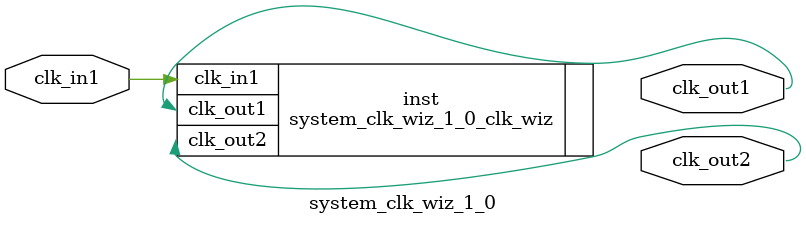
<source format=v>


`timescale 1ps/1ps

(* CORE_GENERATION_INFO = "system_clk_wiz_1_0,clk_wiz_v6_0_5_0_0,{component_name=system_clk_wiz_1_0,use_phase_alignment=true,use_min_o_jitter=false,use_max_i_jitter=false,use_dyn_phase_shift=false,use_inclk_switchover=false,use_dyn_reconfig=false,enable_axi=0,feedback_source=FDBK_AUTO,PRIMITIVE=MMCM,num_out_clk=2,clkin1_period=10.000,clkin2_period=10.000,use_power_down=false,use_reset=false,use_locked=false,use_inclk_stopped=false,feedback_type=SINGLE,CLOCK_MGR_TYPE=NA,manual_override=false}" *)

module system_clk_wiz_1_0 
 (
  // Clock out ports
  output        clk_out1,
  output        clk_out2,
 // Clock in ports
  input         clk_in1
 );

  system_clk_wiz_1_0_clk_wiz inst
  (
  // Clock out ports  
  .clk_out1(clk_out1),
  .clk_out2(clk_out2),
 // Clock in ports
  .clk_in1(clk_in1)
  );

endmodule

</source>
